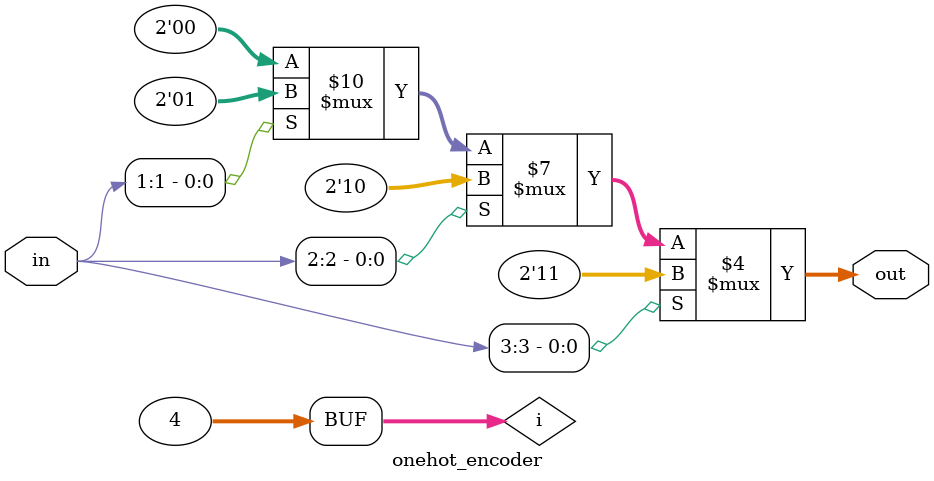
<source format=v>
module onehot_encoder
#(parameter ONEHOT_WIDTH = 4)(
    input   [ONEHOT_WIDTH-1:0] in,
    output reg [$clog2(ONEHOT_WIDTH)-1:0] out
);
    integer i;
    always@(*) begin
        out = 0;
        for(i=0; i < ONEHOT_WIDTH; i = i+1) begin
            if(in[i])
                out = i;
        end
    end
endmodule

</source>
